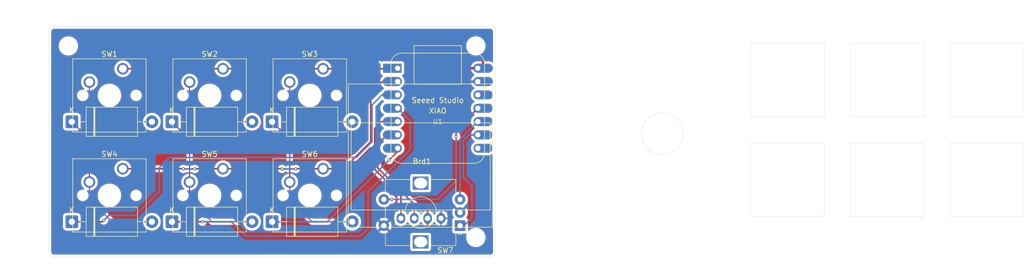
<source format=kicad_pcb>
(kicad_pcb (version 20241229) (generator "pcbnew") (generator_version "9.0")
  (layers (0 "F.Cu" signal) (2 "B.Cu" signal) (13 "F.Paste" user) (15 "B.Paste" user) (5 "F.SilkS" user "F.Silkscreen") (7 "B.SilkS" user "B.Silkscreen") (1 "F.Mask" user) (3 "B.Mask" user) (25 "Edge.Cuts" user))
  (net 0 "")
  (net 1 "SCL")
  (net 2 "SDA")
  (net 3 "GND")
  (net 4 "+5V")
  (net 5 "Net-(D1-A)")
  (net 6 "Net-(D1-K)")
  (net 7 "Net-(D2-A)")
  (net 8 "Net-(D2-K)")
  (net 9 "Net-(D3-K)")
  (net 10 "Net-(D3-A)")
  (net 11 "R0")
  (net 12 "R1")
  (net 13 "R2")
  (net 14 "C0")
  (net 15 "C1")
  (net 16 "D10")
  (net 17 "D9")
  (net 18 "D8")
  (footprint "Button_Switch_Keyboard:SW_Cherry_MX_1.00u_PCB" (layer "F.Cu") (at 57.15 38.1)
    (property "Reference" "SW2" (at -2.54 -2.794 0) (layer "F.SilkS"))
    (property "Value" "SW_Push_45deg")
    (fp_line (start -9.525 -1.905) (end 4.445 -1.905) (stroke (width 0.12)) (layer "F.SilkS"))
    (fp_line (start -9.525 12.065) (end -9.525 -1.905) (stroke (width 0.12)) (layer "F.SilkS"))
    (fp_line (start 4.445 -1.905) (end 4.445 12.065) (stroke (width 0.12)) (layer "F.SilkS"))
    (fp_line (start 4.445 12.065) (end -9.525 12.065) (stroke (width 0.12)) (layer "F.SilkS"))
    (pad "" np_thru_hole circle (at -7.62 5.08) (size 1.7 1.7) (drill 1.7) (layers "*.Cu" "*.Mask"))
    (pad "" np_thru_hole circle (at -2.54 5.08) (size 4 4) (drill 4) (layers "*.Cu" "*.Mask"))
    (pad "" np_thru_hole circle (at 2.54 5.08) (size 1.7 1.7) (drill 1.7) (layers "*.Cu" "*.Mask"))
    (pad "1" thru_hole circle (at 0 0) (size 2.2 2.2) (drill 1.5) (layers "*.Cu" "*.Mask") (net 14 "C0"))
    (pad "2" thru_hole circle (at -6.35 2.54) (size 2.2 2.2) (drill 1.5) (layers "*.Cu" "*.Mask") (net 7 "Net-(D2-A)"))
  )
  (footprint "Button_Switch_Keyboard:SW_Cherry_MX_1.00u_PCB" (layer "F.Cu") (at 57.15 57.15)
    (property "Reference" "SW5" (at -2.54 -2.794 0) (layer "F.SilkS"))
    (property "Value" "SW_Push_45deg")
    (fp_line (start -9.525 -1.905) (end 4.445 -1.905) (stroke (width 0.12)) (layer "F.SilkS"))
    (fp_line (start -9.525 12.065) (end -9.525 -1.905) (stroke (width 0.12)) (layer "F.SilkS"))
    (fp_line (start 4.445 -1.905) (end 4.445 12.065) (stroke (width 0.12)) (layer "F.SilkS"))
    (fp_line (start 4.445 12.065) (end -9.525 12.065) (stroke (width 0.12)) (layer "F.SilkS"))
    (pad "" np_thru_hole circle (at -7.62 5.08) (size 1.7 1.7) (drill 1.7) (layers "*.Cu" "*.Mask"))
    (pad "" np_thru_hole circle (at -2.54 5.08) (size 4 4) (drill 4) (layers "*.Cu" "*.Mask"))
    (pad "" np_thru_hole circle (at 2.54 5.08) (size 1.7 1.7) (drill 1.7) (layers "*.Cu" "*.Mask"))
    (pad "1" thru_hole circle (at 0 0) (size 2.2 2.2) (drill 1.5) (layers "*.Cu" "*.Mask") (net 15 "C1"))
    (pad "2" thru_hole circle (at -6.35 2.54) (size 2.2 2.2) (drill 1.5) (layers "*.Cu" "*.Mask") (net 8 "Net-(D2-K)"))
  )
  (footprint "Diode_THT:D_DO-27_P15.24mm_Horizontal" (layer "F.Cu") (at 66.5 67.25)
    (property "Reference" "D6" (at 7.62 -3.785 0) (layer "F.SilkS"))
    (property "Value" "D")
    (fp_line (start 1.44 0) (end 2.74 0) (stroke (width 0.12)) (layer "F.SilkS"))
    (fp_line (start 4.168 -2.785) (end 4.168 2.785) (stroke (width 0.12)) (layer "F.SilkS"))
    (fp_line (start 4.288 -2.785) (end 4.288 2.785) (stroke (width 0.12)) (layer "F.SilkS"))
    (fp_line (start 4.408 -2.785) (end 4.408 2.785) (stroke (width 0.12)) (layer "F.SilkS"))
    (fp_line (start 13.8 0) (end 12.5 0) (stroke (width 0.12)) (layer "F.SilkS"))
    (fp_rect (start 2.74 -2.785) (end 12.5 2.785) (stroke (width 0.12)) (fill no) (layer "F.SilkS"))
    (fp_text user "K" (at 0 -2.2 0) (layer "F.SilkS"))
    (pad "1" thru_hole roundrect (at 0 0) (size 2.4 2.4) (drill 1.2) (layers "*.Cu" "*.Mask") (roundrect_rratio 0.104167) (net 13 "R2"))
    (pad "2" thru_hole circle (at 15.24 0) (size 2.4 2.4) (drill 1.2) (layers "*.Cu" "*.Mask") (net 9 "Net-(D3-K)"))
  )
  (footprint "Diode_THT:D_DO-27_P15.24mm_Horizontal" (layer "F.Cu") (at 66.5 48.2)
    (property "Reference" "D3" (at 7.62 -3.785 0) (layer "F.SilkS"))
    (property "Value" "D")
    (fp_line (start 1.44 0) (end 2.74 0) (stroke (width 0.12)) (layer "F.SilkS"))
    (fp_line (start 4.168 -2.785) (end 4.168 2.785) (stroke (width 0.12)) (layer "F.SilkS"))
    (fp_line (start 4.288 -2.785) (end 4.288 2.785) (stroke (width 0.12)) (layer "F.SilkS"))
    (fp_line (start 4.408 -2.785) (end 4.408 2.785) (stroke (width 0.12)) (layer "F.SilkS"))
    (fp_line (start 13.8 0) (end 12.5 0) (stroke (width 0.12)) (layer "F.SilkS"))
    (fp_rect (start 2.74 -2.785) (end 12.5 2.785) (stroke (width 0.12)) (fill no) (layer "F.SilkS"))
    (fp_text user "K" (at 0 -2.2 0) (layer "F.SilkS"))
    (pad "1" thru_hole roundrect (at 0 0) (size 2.4 2.4) (drill 1.2) (layers "*.Cu" "*.Mask") (roundrect_rratio 0.104167) (net 9 "Net-(D3-K)"))
    (pad "2" thru_hole circle (at 15.24 0) (size 2.4 2.4) (drill 1.2) (layers "*.Cu" "*.Mask") (net 10 "Net-(D3-A)"))
  )
  (footprint "MountingHole:MountingHole_3.2mm_M3_ISO7380" (layer "F.Cu") (at 27.75 33.75)
    (property "Reference" "REF**" (hide yes))
    (property "Value" "MountingHole_3.2mm_M3_ISO7380")
    (pad "" np_thru_hole circle (at 0 0) (size 3.2 3.2) (drill 3.2) (layers "*.Cu" "*.Mask"))
  )
  (footprint "Rotary_Encoder:RotaryEncoder_Alps_EC12E-Switch_Vertical_H20mm" (layer "F.Cu") (at 102.25 68 180)
    (property "Reference" "SW7" (at 2.8 -4.7 0) (layer "F.SilkS"))
    (property "Value" "RotaryEncoder_Switch")
    (fp_line (start 14.2 8.8) (end 9.3 8.8) (stroke (width 0.12)) (layer "F.SilkS"))
    (fp_line (start 14.2 6.2) (end 14.2 8.8) (stroke (width 0.12)) (layer "F.SilkS"))
    (fp_line (start 14.2 1.2) (end 14.2 3.8) (stroke (width 0.12)) (layer "F.SilkS"))
    (fp_line (start 14.2 -3.8) (end 14.2 -1.2) (stroke (width 0.12)) (layer "F.SilkS"))
    (fp_line (start 9.3 -3.8) (end 14.2 -3.8) (stroke (width 0.12)) (layer "F.SilkS"))
    (fp_line (start 7.5 2) (end 7.5 3) (stroke (width 0.12)) (layer "F.SilkS"))
    (fp_line (start 7 2.5) (end 8 2.5) (stroke (width 0.12)) (layer "F.SilkS"))
    (fp_line (start 5.7 8.8) (end 0.8 8.8) (stroke (width 0.12)) (layer "F.SilkS"))
    (fp_line (start 5.6 -3.8) (end 0.8 -3.8) (stroke (width 0.12)) (layer "F.SilkS"))
    (fp_line (start 0.8 8.8) (end 0.8 6) (stroke (width 0.12)) (layer "F.SilkS"))
    (fp_line (start 0.8 -3.8) (end 0.8 -1.3) (stroke (width 0.12)) (layer "F.SilkS"))
    (fp_line (start 0.3 -1.6) (end 0 -1.3) (stroke (width 0.12)) (layer "F.SilkS"))
    (fp_line (start 0 -1.3) (end -0.3 -1.6) (stroke (width 0.12)) (layer "F.SilkS"))
    (fp_line (start -0.3 -1.6) (end 0.3 -1.6) (stroke (width 0.12)) (layer "F.SilkS"))
    (fp_circle (center 7.5 2.5) (end 10.5 2.5) (stroke (width 0.12)) (fill no) (layer "F.SilkS"))
    (pad "A" thru_hole rect (at 0 0 180) (size 2 2) (drill 1) (layers "*.Cu" "*.Mask") (net 18 "D8"))
    (pad "B" thru_hole circle (at 0 5 180) (size 2 2) (drill 1) (layers "*.Cu" "*.Mask") (net 17 "D9"))
    (pad "C" thru_hole circle (at 0 2.5 180) (size 2 2) (drill 1) (layers "*.Cu" "*.Mask") (net 3 "GND"))
    (pad "MP" thru_hole rect (at 7.5 -3.1 180) (size 3 2.5) (drill oval 2.5 2) (layers "*.Cu" "*.Mask"))
    (pad "MP" thru_hole rect (at 7.5 8.1 180) (size 3 2.5) (drill oval 2.5 2) (layers "*.Cu" "*.Mask"))
    (pad "S1" thru_hole circle (at 14.5 0 180) (size 2 2) (drill 1) (layers "*.Cu" "*.Mask") (net 3 "GND"))
    (pad "S2" thru_hole circle (at 14.5 5 180) (size 2 2) (drill 1) (layers "*.Cu" "*.Mask") (net 16 "D10"))
  )
  (footprint "Button_Switch_Keyboard:SW_Cherry_MX_1.00u_PCB" (layer "F.Cu") (at 38.1 38.1)
    (property "Reference" "SW1" (at -2.54 -2.794 0) (layer "F.SilkS"))
    (property "Value" "SW_Push_45deg")
    (fp_line (start -9.525 -1.905) (end 4.445 -1.905) (stroke (width 0.12)) (layer "F.SilkS"))
    (fp_line (start -9.525 12.065) (end -9.525 -1.905) (stroke (width 0.12)) (layer "F.SilkS"))
    (fp_line (start 4.445 -1.905) (end 4.445 12.065) (stroke (width 0.12)) (layer "F.SilkS"))
    (fp_line (start 4.445 12.065) (end -9.525 12.065) (stroke (width 0.12)) (layer "F.SilkS"))
    (pad "" np_thru_hole circle (at -7.62 5.08) (size 1.7 1.7) (drill 1.7) (layers "*.Cu" "*.Mask"))
    (pad "" np_thru_hole circle (at -2.54 5.08) (size 4 4) (drill 4) (layers "*.Cu" "*.Mask"))
    (pad "" np_thru_hole circle (at 2.54 5.08) (size 1.7 1.7) (drill 1.7) (layers "*.Cu" "*.Mask"))
    (pad "1" thru_hole circle (at 0 0) (size 2.2 2.2) (drill 1.5) (layers "*.Cu" "*.Mask") (net 14 "C0"))
    (pad "2" thru_hole circle (at -6.35 2.54) (size 2.2 2.2) (drill 1.5) (layers "*.Cu" "*.Mask") (net 5 "Net-(D1-A)"))
  )
  (footprint "Button_Switch_Keyboard:SW_Cherry_MX_1.00u_PCB" (layer "F.Cu") (at 76.2 57.15)
    (property "Reference" "SW6" (at -2.54 -2.794 0) (layer "F.SilkS"))
    (property "Value" "SW_Push_45deg")
    (fp_line (start -9.525 -1.905) (end 4.445 -1.905) (stroke (width 0.12)) (layer "F.SilkS"))
    (fp_line (start -9.525 12.065) (end -9.525 -1.905) (stroke (width 0.12)) (layer "F.SilkS"))
    (fp_line (start 4.445 -1.905) (end 4.445 12.065) (stroke (width 0.12)) (layer "F.SilkS"))
    (fp_line (start 4.445 12.065) (end -9.525 12.065) (stroke (width 0.12)) (layer "F.SilkS"))
    (pad "" np_thru_hole circle (at -7.62 5.08) (size 1.7 1.7) (drill 1.7) (layers "*.Cu" "*.Mask"))
    (pad "" np_thru_hole circle (at -2.54 5.08) (size 4 4) (drill 4) (layers "*.Cu" "*.Mask"))
    (pad "" np_thru_hole circle (at 2.54 5.08) (size 1.7 1.7) (drill 1.7) (layers "*.Cu" "*.Mask"))
    (pad "1" thru_hole circle (at 0 0) (size 2.2 2.2) (drill 1.5) (layers "*.Cu" "*.Mask") (net 15 "C1"))
    (pad "2" thru_hole circle (at -6.35 2.54) (size 2.2 2.2) (drill 1.5) (layers "*.Cu" "*.Mask") (net 9 "Net-(D3-K)"))
  )
  (footprint "MountingHole:MountingHole_3.2mm_M3_ISO7380" (layer "F.Cu") (at 105.25 70.25)
    (property "Reference" "REF**" (hide yes))
    (property "Value" "MountingHole_3.2mm_M3_ISO7380")
    (pad "" np_thru_hole circle (at 0 0) (size 3.2 3.2) (drill 3.2) (layers "*.Cu" "*.Mask"))
  )
  (footprint "Diode_THT:D_DO-27_P15.24mm_Horizontal" (layer "F.Cu") (at 47.45 48.2)
    (property "Reference" "D2" (at 7.62 -3.785 0) (layer "F.SilkS"))
    (property "Value" "D")
    (fp_line (start 1.44 0) (end 2.74 0) (stroke (width 0.12)) (layer "F.SilkS"))
    (fp_line (start 4.168 -2.785) (end 4.168 2.785) (stroke (width 0.12)) (layer "F.SilkS"))
    (fp_line (start 4.288 -2.785) (end 4.288 2.785) (stroke (width 0.12)) (layer "F.SilkS"))
    (fp_line (start 4.408 -2.785) (end 4.408 2.785) (stroke (width 0.12)) (layer "F.SilkS"))
    (fp_line (start 13.8 0) (end 12.5 0) (stroke (width 0.12)) (layer "F.SilkS"))
    (fp_rect (start 2.74 -2.785) (end 12.5 2.785) (stroke (width 0.12)) (fill no) (layer "F.SilkS"))
    (fp_text user "K" (at 0 -2.2 0) (layer "F.SilkS"))
    (pad "1" thru_hole roundrect (at 0 0) (size 2.4 2.4) (drill 1.2) (layers "*.Cu" "*.Mask") (roundrect_rratio 0.104167) (net 8 "Net-(D2-K)"))
    (pad "2" thru_hole circle (at 15.24 0) (size 2.4 2.4) (drill 1.2) (layers "*.Cu" "*.Mask") (net 7 "Net-(D2-A)"))
  )
  (footprint "Button_Switch_Keyboard:SW_Cherry_MX_1.00u_PCB" (layer "F.Cu") (at 76.2 38.1)
    (property "Reference" "SW3" (at -2.54 -2.794 0) (layer "F.SilkS"))
    (property "Value" "SW_Push_45deg")
    (fp_line (start -9.525 -1.905) (end 4.445 -1.905) (stroke (width 0.12)) (layer "F.SilkS"))
    (fp_line (start -9.525 12.065) (end -9.525 -1.905) (stroke (width 0.12)) (layer "F.SilkS"))
    (fp_line (start 4.445 -1.905) (end 4.445 12.065) (stroke (width 0.12)) (layer "F.SilkS"))
    (fp_line (start 4.445 12.065) (end -9.525 12.065) (stroke (width 0.12)) (layer "F.SilkS"))
    (pad "" np_thru_hole circle (at -7.62 5.08) (size 1.7 1.7) (drill 1.7) (layers "*.Cu" "*.Mask"))
    (pad "" np_thru_hole circle (at -2.54 5.08) (size 4 4) (drill 4) (layers "*.Cu" "*.Mask"))
    (pad "" np_thru_hole circle (at 2.54 5.08) (size 1.7 1.7) (drill 1.7) (layers "*.Cu" "*.Mask"))
    (pad "1" thru_hole circle (at 0 0) (size 2.2 2.2) (drill 1.5) (layers "*.Cu" "*.Mask") (net 14 "C0"))
    (pad "2" thru_hole circle (at -6.35 2.54) (size 2.2 2.2) (drill 1.5) (layers "*.Cu" "*.Mask") (net 10 "Net-(D3-A)"))
  )
  (footprint "Diode_THT:D_DO-27_P15.24mm_Horizontal" (layer "F.Cu") (at 47.45 67.25)
    (property "Reference" "D5" (at 7.62 -3.785 0) (layer "F.SilkS"))
    (property "Value" "D")
    (fp_line (start 1.44 0) (end 2.74 0) (stroke (width 0.12)) (layer "F.SilkS"))
    (fp_line (start 4.168 -2.785) (end 4.168 2.785) (stroke (width 0.12)) (layer "F.SilkS"))
    (fp_line (start 4.288 -2.785) (end 4.288 2.785) (stroke (width 0.12)) (layer "F.SilkS"))
    (fp_line (start 4.408 -2.785) (end 4.408 2.785) (stroke (width 0.12)) (layer "F.SilkS"))
    (fp_line (start 13.8 0) (end 12.5 0) (stroke (width 0.12)) (layer "F.SilkS"))
    (fp_rect (start 2.74 -2.785) (end 12.5 2.785) (stroke (width 0.12)) (fill no) (layer "F.SilkS"))
    (fp_text user "K" (at 0 -2.2 0) (layer "F.SilkS"))
    (pad "1" thru_hole roundrect (at 0 0) (size 2.4 2.4) (drill 1.2) (layers "*.Cu" "*.Mask") (roundrect_rratio 0.104167) (net 12 "R1"))
    (pad "2" thru_hole circle (at 15.24 0) (size 2.4 2.4) (drill 1.2) (layers "*.Cu" "*.Mask") (net 8 "Net-(D2-K)"))
  )
  (footprint "Diode_THT:D_DO-27_P15.24mm_Horizontal" (layer "F.Cu") (at 28.4 48.2)
    (property "Reference" "D1" (at 7.62 -3.785 0) (layer "F.SilkS"))
    (property "Value" "D")
    (fp_line (start 1.44 0) (end 2.74 0) (stroke (width 0.12)) (layer "F.SilkS"))
    (fp_line (start 4.168 -2.785) (end 4.168 2.785) (stroke (width 0.12)) (layer "F.SilkS"))
    (fp_line (start 4.288 -2.785) (end 4.288 2.785) (stroke (width 0.12)) (layer "F.SilkS"))
    (fp_line (start 4.408 -2.785) (end 4.408 2.785) (stroke (width 0.12)) (layer "F.SilkS"))
    (fp_line (start 13.8 0) (end 12.5 0) (stroke (width 0.12)) (layer "F.SilkS"))
    (fp_rect (start 2.74 -2.785) (end 12.5 2.785) (stroke (width 0.12)) (fill no) (layer "F.SilkS"))
    (fp_text user "K" (at 0 -2.2 0) (layer "F.SilkS"))
    (pad "1" thru_hole roundrect (at 0 0) (size 2.4 2.4) (drill 1.2) (layers "*.Cu" "*.Mask") (roundrect_rratio 0.104167) (net 6 "Net-(D1-K)"))
    (pad "2" thru_hole circle (at 15.24 0) (size 2.4 2.4) (drill 1.2) (layers "*.Cu" "*.Mask") (net 5 "Net-(D1-A)"))
  )
  (footprint "footprints:XIAO-Generic-Hybrid-14P-2.54-21X17.8MM" (layer "F.Cu") (at 98 45.62)
    (property "Reference" "U1" (at 0 2.54 0) (layer "F.SilkS") (effects (font (size 0.889 0.889) (thickness 0.1016))))
    (property "Value" "MOUDLE-SEEEDUINO-XIAO" (hide yes))
    (fp_line (start -8.9 -8.5) (end -8.9 8.5) (stroke (width 0.127)) (layer "F.SilkS"))
    (fp_line (start -6.9 10.5) (end 6.9 10.5) (stroke (width 0.127)) (layer "F.SilkS"))
    (fp_line (start -4.5 -11.92403) (end 4.5 -11.92403) (stroke (width 0.127)) (layer "F.SilkS"))
    (fp_line (start -4.5 -4.57073) (end -4.5 -11.92403) (stroke (width 0.127)) (layer "F.SilkS"))
    (fp_line (start 4.5 -11.92403) (end 4.5 -4.57073) (stroke (width 0.127)) (layer "F.SilkS"))
    (fp_line (start 4.5 -4.57073) (end -4.5 -4.57073) (stroke (width 0.127)) (layer "F.SilkS"))
    (fp_line (start 6.9 -10.49909) (end -6.9 -10.49909) (stroke (width 0.127)) (layer "F.SilkS"))
    (fp_line (start 8.9 8.5) (end 8.9 -8.5) (stroke (width 0.127)) (layer "F.SilkS"))
    (fp_arc (start -8.9 -8.5) (mid -8.301491 -9.901491) (end -6.9 -10.5) (stroke (width 0.12)) (layer "F.SilkS"))
    (fp_arc (start -6.9 10.5) (mid -8.301423 9.901423) (end -8.9 8.5) (stroke (width 0.12)) (layer "F.SilkS"))
    (fp_arc (start 6.9 -10.5) (mid 8.301491 -9.901491) (end 8.9 -8.5) (stroke (width 0.12)) (layer "F.SilkS"))
    (fp_arc (start 8.9 8.5) (mid 8.314214 9.914214) (end 6.9 10.5) (stroke (width 0.12)) (layer "F.SilkS"))
    (fp_circle (center -11 -8.8) (end -11 -9.054) (fill yes) (layer "F.SilkS"))
    (fp_poly (pts (xy -8.887715 -8.561705) (xy -8.884667 -8.610473) (xy -8.880603 -8.659494)) (stroke (width 0.0254)) (fill no) (layer "F.SilkS"))
    (fp_poly (pts (xy 8.889492 8.521574) (xy 8.887713 8.57085) (xy 8.884665 8.619618) (xy 8.880601 8.668639) (xy 8.875268 8.717407) (xy 8.868664 8.766175) (xy 8.861044 8.81469) (xy 8.852153 8.86295) (xy 8.842248 8.910955)) (stroke (width 0.0254)) (fill no) (layer "F.SilkS"))
    (fp_text user "Seeed Studio" (at 0 -1.5 0) (layer "F.SilkS"))
    (fp_text user "XIAO" (at 0 0.5 0) (layer "F.SilkS"))
    (pad "1" thru_hole rect (at -7.625 -7.62) (size 3.5 1.7) (drill 1 (offset -1 0)) (layers "*.Cu" "*.Mask") (net 14 "C0"))
    (pad "2" thru_hole oval (at -7.625 -5.08) (size 3.6 1.7) (drill 1 (offset -1 0)) (layers "*.Cu" "*.Mask") (net 15 "C1"))
    (pad "3" thru_hole oval (at -7.625 -2.54) (size 3.6 1.7) (drill 1 (offset -1 0)) (layers "*.Cu" "*.Mask") (net 11 "R0"))
    (pad "4" thru_hole oval (at -7.625 0) (size 3.6 1.7) (drill 1 (offset -1 0)) (layers "*.Cu" "*.Mask") (net 12 "R1"))
    (pad "5" thru_hole oval (at -7.625 2.54) (size 3.6 1.7) (drill 1 (offset -1 0)) (layers "*.Cu" "*.Mask") (net 2 "SDA"))
    (pad "6" thru_hole oval (at -7.625 5.08 180) (size 3.6 1.7) (drill 1 (offset 1 0)) (layers "*.Cu" "*.Mask") (net 1 "SCL"))
    (pad "7" thru_hole oval (at -7.625 7.62) (size 3.6 1.7) (drill 1 (offset -1 0)) (layers "*.Cu" "*.Mask") (net 13 "R2"))
    (pad "8" thru_hole oval (at 7.625 7.62) (size 3.6 1.7) (drill 1 (offset 1 0)) (layers "*.Cu" "*.Mask"))
    (pad "9" thru_hole oval (at 7.625 5.08) (size 3.6 1.7) (drill 1 (offset 1 0)) (layers "*.Cu" "*.Mask") (net 18 "D8"))
    (pad "10" thru_hole oval (at 7.625 2.54) (size 3.6 1.7) (drill 1 (offset 1 0)) (layers "*.Cu" "*.Mask") (net 17 "D9"))
    (pad "11" thru_hole oval (at 7.625 0) (size 3.7 1.7) (drill 1 (offset 1 0)) (layers "*.Cu" "*.Mask") (net 16 "D10"))
    (pad "12" thru_hole oval (at 7.625 -2.54) (size 3.7 1.7) (drill 1 (offset 1 0)) (layers "*.Cu" "*.Mask"))
    (pad "13" thru_hole oval (at 7.625 -5.08) (size 3.7 1.7) (drill 1 (offset 1 0)) (layers "*.Cu" "*.Mask") (net 3 "GND"))
    (pad "14" thru_hole oval (at 7.625 -7.62) (size 3.7 1.7) (drill 1 (offset 1 0)) (layers "*.Cu" "*.Mask") (net 4 "+5V"))
  )
  (footprint "Diode_THT:D_DO-27_P15.24mm_Horizontal" (layer "F.Cu") (at 28.4 67.25)
    (property "Reference" "D4" (at 7.62 -3.785 0) (layer "F.SilkS"))
    (property "Value" "D")
    (fp_line (start 1.44 0) (end 2.74 0) (stroke (width 0.12)) (layer "F.SilkS"))
    (fp_line (start 4.168 -2.785) (end 4.168 2.785) (stroke (width 0.12)) (layer "F.SilkS"))
    (fp_line (start 4.288 -2.785) (end 4.288 2.785) (stroke (width 0.12)) (layer "F.SilkS"))
    (fp_line (start 4.408 -2.785) (end 4.408 2.785) (stroke (width 0.12)) (layer "F.SilkS"))
    (fp_line (start 13.8 0) (end 12.5 0) (stroke (width 0.12)) (layer "F.SilkS"))
    (fp_rect (start 2.74 -2.785) (end 12.5 2.785) (stroke (width 0.12)) (fill no) (layer "F.SilkS"))
    (fp_text user "K" (at 0 -2.2 0) (layer "F.SilkS"))
    (pad "1" thru_hole roundrect (at 0 0) (size 2.4 2.4) (drill 1.2) (layers "*.Cu" "*.Mask") (roundrect_rratio 0.104167) (net 11 "R0"))
    (pad "2" thru_hole circle (at 15.24 0) (size 2.4 2.4) (drill 1.2) (layers "*.Cu" "*.Mask") (net 6 "Net-(D1-K)"))
  )
  (footprint "MountingHole:MountingHole_3.2mm_M3_ISO7380" (layer "F.Cu") (at 105.25 33.75)
    (property "Reference" "REF**" (hide yes))
    (property "Value" "MountingHole_3.2mm_M3_ISO7380")
    (pad "" np_thru_hole circle (at 0 0) (size 3.2 3.2) (drill 3.2) (layers "*.Cu" "*.Mask"))
  )
  (footprint "SSD1306:128x64OLED" (layer "F.Cu") (at 95 56 180)
    (property "Reference" "Brd1" (at 0 0.254 0) (layer "F.SilkS"))
    (property "Value" "SSD1306")
    (fp_line (start 14 15) (end -13.4 15) (stroke (width 0.12)) (layer "F.SilkS"))
    (fp_line (start 14 -12.3) (end 14 15) (stroke (width 0.12)) (layer "F.SilkS"))
    (fp_line (start 13.462 7.62) (end 13.462 -9.017) (stroke (width 0.12)) (layer "F.SilkS"))
    (fp_line (start 13.462 -9.017) (end 13.208 -9.005) (stroke (width 0.12)) (layer "F.SilkS"))
    (fp_line (start 10.122 7.595) (end 13.462 7.62) (stroke (width 0.12)) (layer "F.SilkS"))
    (fp_line (start 10.122 7.595) (end -12.978 7.595) (stroke (width 0.12)) (layer "F.SilkS"))
    (fp_line (start 10.122 -9.005) (end 13.208 -9.005) (stroke (width 0.12)) (layer "F.SilkS"))
    (fp_line (start 5.08 -9.398) (end -4.699 -9.398) (stroke (width 0.12)) (layer "F.SilkS"))
    (fp_line (start 5.08 -11.811) (end 5.08 -9.398) (stroke (width 0.12)) (layer "F.SilkS"))
    (fp_line (start -4.699 -11.811) (end 5.08 -11.811) (stroke (width 0.12)) (layer "F.SilkS"))
    (fp_line (start -4.699 -11.811) (end -4.699 -9.398) (stroke (width 0.12)) (layer "F.SilkS"))
    (fp_line (start -12.978 7.595) (end -12.978 -9.005) (stroke (width 0.12)) (layer "F.SilkS"))
    (fp_line (start -12.978 -9.005) (end 10.122 -9.005) (stroke (width 0.12)) (layer "F.SilkS"))
    (fp_line (start -13.4 15) (end -13.4 -12.3) (stroke (width 0.12)) (layer "F.SilkS"))
    (fp_line (start -13.4 -12.3) (end 14 -12.3) (stroke (width 0.12)) (layer "F.SilkS"))
    (pad "1" thru_hole oval (at -3.62 -10.6 270) (size 2 1.6) (drill 1) (layers "*.Cu" "*.Mask") (net 3 "GND"))
    (pad "2" thru_hole oval (at -1.08 -10.6 270) (size 2 1.6) (drill 1) (layers "*.Cu" "*.Mask") (net 4 "+5V"))
    (pad "3" thru_hole oval (at 1.46 -10.6 270) (size 2 1.6) (drill 1) (layers "*.Cu" "*.Mask") (net 1 "SCL"))
    (pad "4" thru_hole oval (at 4 -10.6 270) (size 2 1.6) (drill 1) (layers "*.Cu" "*.Mask") (net 2 "SDA"))
  )
  (footprint "Button_Switch_Keyboard:SW_Cherry_MX_1.00u_PCB" (layer "F.Cu") (at 38.1 57.15)
    (property "Reference" "SW4" (at -2.54 -2.794 0) (layer "F.SilkS"))
    (property "Value" "SW_Push_45deg")
    (fp_line (start -9.525 -1.905) (end 4.445 -1.905) (stroke (width 0.12)) (layer "F.SilkS"))
    (fp_line (start -9.525 12.065) (end -9.525 -1.905) (stroke (width 0.12)) (layer "F.SilkS"))
    (fp_line (start 4.445 -1.905) (end 4.445 12.065) (stroke (width 0.12)) (layer "F.SilkS"))
    (fp_line (start 4.445 12.065) (end -9.525 12.065) (stroke (width 0.12)) (layer "F.SilkS"))
    (pad "" np_thru_hole circle (at -7.62 5.08) (size 1.7 1.7) (drill 1.7) (layers "*.Cu" "*.Mask"))
    (pad "" np_thru_hole circle (at -2.54 5.08) (size 4 4) (drill 4) (layers "*.Cu" "*.Mask"))
    (pad "" np_thru_hole circle (at 2.54 5.08) (size 1.7 1.7) (drill 1.7) (layers "*.Cu" "*.Mask"))
    (pad "1" thru_hole circle (at 0 0) (size 2.2 2.2) (drill 1.5) (layers "*.Cu" "*.Mask") (net 15 "C1"))
    (pad "2" thru_hole circle (at -6.35 2.54) (size 2.2 2.2) (drill 1.5) (layers "*.Cu" "*.Mask") (net 6 "Net-(D1-K)"))
  )
  (gr_arc (start 108 30) (mid 108.707107 30.292893) (end 109 31) (stroke (width 0.05)) (layer "Edge.Cuts"))
  (gr_rect (start 195.5 52.25) (end 209.5 66.25) (stroke (width 0.05)) (fill no) (layer "Edge.Cuts"))
  (gr_rect (start 157.5 52.25) (end 171.5 66.25) (stroke (width 0.05)) (fill no) (layer "Edge.Cuts"))
  (gr_rect (start 176.5 52.25) (end 190.5 66.25) (stroke (width 0.05)) (fill no) (layer "Edge.Cuts"))
  (gr_line (start 24 31) (end 24 73) (stroke (width 0.05)) (layer "Edge.Cuts"))
  (gr_arc (start 24 31) (mid 24.292893 30.292893) (end 25 30) (stroke (width 0.05)) (layer "Edge.Cuts"))
  (gr_rect (start 195.5 33.25) (end 209.5 47.25) (stroke (width 0.05)) (fill no) (layer "Edge.Cuts"))
  (gr_line (start 25 74) (end 104 74) (stroke (width 0.05)) (layer "Edge.Cuts"))
  (gr_line (start 109 31) (end 109 73) (stroke (width 0.05)) (layer "Edge.Cuts"))
  (gr_rect (start 176.5 33.25) (end 190.5 47.25) (stroke (width 0.05)) (fill no) (layer "Edge.Cuts"))
  (gr_arc (start 109 73) (mid 108.707107 73.707107) (end 108 74) (stroke (width 0.05)) (layer "Edge.Cuts"))
  (gr_circle (center 140.75 50.5) (end 140.75 54.5) (stroke (width 0.05)) (fill no) (layer "Edge.Cuts"))
  (gr_line (start 25 30) (end 108 30) (stroke (width 0.05)) (layer "Edge.Cuts"))
  (gr_rect (start 157.5 33.25) (end 171.5 47.25) (stroke (width 0.05)) (fill no) (layer "Edge.Cuts"))
  (gr_line (start 104 74) (end 108 74) (stroke (width 0.05)) (layer "Edge.Cuts"))
  (gr_arc (start 25 74) (mid 24.292893 73.707107) (end 24 73) (stroke (width 0.05)) (layer "Edge.Cuts"))
  (segment (start 93.54 63.940058) (end 91.601 62.001058) (width 0.3) (layer "F.Cu") (net 1))
  (segment (start 91.601 62.001058) (end 86.601 57.001058) (width 0.3) (layer "F.Cu") (net 1))
  (segment (start 86.601 57.001058) (end 86.601 52.5) (width 0.3) (layer "F.Cu") (net 1))
  (segment (start 90.375 50.7) (end 88.401 50.7) (width 0.3) (layer "F.Cu") (net 1))
  (segment (start 88.401 50.7) (end 86.601 52.5) (width 0.3) (layer "F.Cu") (net 1))
  (segment (start 93.54 66.6) (end 93.54 63.940058) (width 0.3) (layer "F.Cu") (net 1))
  (segment (start 87.34 48.16) (end 86 49.5) (width 0.3) (layer "F.Cu") (net 2))
  (segment (start 90.375 48.16) (end 87.34 48.16) (width 0.3) (layer "F.Cu") (net 2))
  (segment (start 91 62.25) (end 91 66.6) (width 0.3) (layer "F.Cu") (net 2))
  (segment (start 86 57.25) (end 91 62.25) (width 0.3) (layer "F.Cu") (net 2))
  (segment (start 86 49.5) (end 86 57.25) (width 0.3) (layer "F.Cu") (net 2))
  (segment (start 31.75 40.64) (end 31.75 43.93) (width 0.2) (layer "F.Cu") (net 5))
  (segment (start 36.02 48.2) (end 43.64 48.2) (width 0.2) (layer "F.Cu") (net 5))
  (segment (start 31.75 43.93) (end 36.02 48.2) (width 0.2) (layer "F.Cu") (net 5))
  (segment (start 31.75 59.69) (end 31.75 51.55) (width 0.2) (layer "F.Cu") (net 6))
  (segment (start 31.75 59.69) (end 31.75 51.55) (width 0.2) (layer "F.Cu") (net 6))
  (segment (start 31.75 59.69) (end 31.75 62.98) (width 0.2) (layer "F.Cu") (net 6))
  (segment (start 31.75 51.55) (end 28.4 48.2) (width 0.2) (layer "F.Cu") (net 6))
  (segment (start 31.75 51.55) (end 28.4 48.2) (width 0.2) (layer "F.Cu") (net 6))
  (segment (start 36.02 67.25) (end 43.64 67.25) (width 0.2) (layer "F.Cu") (net 6))
  (segment (start 31.75 62.98) (end 36.02 67.25) (width 0.2) (layer "F.Cu") (net 6))
  (segment (start 50.8 43.93) (end 55.07 48.2) (width 0.2) (layer "F.Cu") (net 7))
  (segment (start 55.07 48.2) (end 62.69 48.2) (width 0.2) (layer "F.Cu") (net 7))
  (segment (start 50.8 40.64) (end 50.8 43.93) (width 0.2) (layer "F.Cu") (net 7))
  (segment (start 50.8 51.55) (end 47.45 48.2) (width 0.2) (layer "F.Cu") (net 8))
  (segment (start 50.8 59.69) (end 50.8 62.98) (width 0.2) (layer "F.Cu") (net 8))
  (segment (start 50.8 51.55) (end 47.45 48.2) (width 0.2) (layer "F.Cu") (net 8))
  (segment (start 50.8 59.69) (end 50.8 51.55) (width 0.2) (layer "F.Cu") (net 8))
  (segment (start 50.8 62.98) (end 55.07 67.25) (width 0.2) (layer "F.Cu") (net 8))
  (segment (start 50.8 59.69) (end 50.8 51.55) (width 0.2) (layer "F.Cu") (net 8))
  (segment (start 55.07 67.25) (end 62.69 67.25) (width 0.2) (layer "F.Cu") (net 8))
  (segment (start 74.12 67.25) (end 81.74 67.25) (width 0.2) (layer "F.Cu") (net 9))
  (segment (start 69.85 59.69) (end 69.85 51.55) (width 0.2) (layer "F.Cu") (net 9))
  (segment (start 69.85 51.55) (end 66.5 48.2) (width 0.2) (layer "F.Cu") (net 9))
  (segment (start 69.85 59.69) (end 69.85 51.55) (width 0.2) (layer "F.Cu") (net 9))
  (segment (start 69.85 51.55) (end 66.5 48.2) (width 0.2) (layer "F.Cu") (net 9))
  (segment (start 69.85 59.69) (end 69.85 62.98) (width 0.2) (layer "F.Cu") (net 9))
  (segment (start 69.85 62.98) (end 74.12 67.25) (width 0.2) (layer "F.Cu") (net 9))
  (segment (start 69.85 40.64) (end 69.85 43.93) (width 0.2) (layer "F.Cu") (net 10))
  (segment (start 74.12 48.2) (end 81.74 48.2) (width 0.2) (layer "F.Cu") (net 10))
  (segment (start 69.85 43.93) (end 74.12 48.2) (width 0.2) (layer "F.Cu") (net 10))
  (segment (start 34.25 67.25) (end 34.5 67) (width 0.3) (layer "F.Cu") (net 11))
  (segment (start 28.4 67.25) (end 34.25 67.25) (width 0.3) (layer "F.Cu") (net 11))
  (via (at 34.5 67) (size 0.6) (drill 0.3) (layers "F.Cu" "B.Cu") (net 11))
  (segment (start 45 61.5) (end 45 57) (width 0.3) (layer "B.Cu") (net 11))
  (segment (start 35.5 66) (end 40.5 66) (width 0.3) (layer "B.Cu") (net 11))
  (segment (start 45 57) (end 47 55) (width 0.3) (layer "B.Cu") (net 11))
  (segment (start 85.5 52) (end 85.5 45) (width 0.3) (layer "B.Cu") (net 11))
  (segment (start 85.5 45) (end 87.42 43.08) (width 0.3) (layer "B.Cu") (net 11))
  (segment (start 47 55) (end 82.5 55) (width 0.3) (layer "B.Cu") (net 11))
  (segment (start 87.42 43.08) (end 90.375 43.08) (width 0.3) (layer "B.Cu") (net 11))
  (segment (start 82.5 55) (end 85.5 52) (width 0.3) (layer "B.Cu") (net 11))
  (segment (start 40.5 66) (end 45 61.5) (width 0.3) (layer "B.Cu") (net 11))
  (segment (start 34.5 67) (end 35.5 66) (width 0.3) (layer "B.Cu") (net 11))
  (segment (start 47.45 67.25) (end 53.25 67.25) (width 0.3) (layer "F.Cu") (net 12))
  (via (at 53.25 67.25) (size 0.6) (drill 0.3) (layers "F.Cu" "B.Cu") (net 12))
  (segment (start 92.75 47.995) (end 90.375 45.62) (width 0.3) (layer "B.Cu") (net 12))
  (segment (start 83.25 70) (end 84.75 68.5) (width 0.3) (layer "B.Cu") (net 12))
  (segment (start 84.75 68.5) (end 84.75 61.5) (width 0.3) (layer "B.Cu") (net 12))
  (segment (start 84.75 61.5) (end 92.75 53.5) (width 0.3) (layer "B.Cu") (net 12))
  (segment (start 53.25 67.25) (end 58.75 67.25) (width 0.3) (layer "B.Cu") (net 12))
  (segment (start 92.75 53.5) (end 92.75 47.995) (width 0.3) (layer "B.Cu") (net 12))
  (segment (start 61.5 70) (end 83.25 70) (width 0.3) (layer "B.Cu") (net 12))
  (segment (start 58.75 67.25) (end 61.5 70) (width 0.3) (layer "B.Cu") (net 12))
  (segment (start 90.375 53.24) (end 90.375 53.875) (width 0.3) (layer "F.Cu") (net 13))
  (segment (start 90.375 53.875) (end 88.75 55.5) (width 0.3) (layer "F.Cu") (net 13))
  (via (at 88.75 55.5) (size 0.6) (drill 0.3) (layers "F.Cu" "B.Cu") (net 13))
  (segment (start 77 67.25) (end 66.5 67.25) (width 0.3) (layer "B.Cu") (net 13))
  (segment (start 88.75 55.5) (end 77 67.25) (width 0.3) (layer "B.Cu") (net 13))
  (segment (start 57.15 38.1) (end 76.2 38.1) (width 0.3) (layer "F.Cu") (net 14))
  (segment (start 57.15 38.1) (end 38.1 38.1) (width 0.3) (layer "F.Cu") (net 14))
  (segment (start 76.2 38.1) (end 90.275 38.1) (width 0.3) (layer "F.Cu") (net 14))
  (segment (start 90.275 38.1) (end 90.375 38) (width 0.3) (layer "F.Cu") (net 14))
  (segment (start 80.1 57.15) (end 76.2 57.15) (width 0.3) (layer "F.Cu") (net 15))
  (segment (start 87.46 40.54) (end 85.25 42.75) (width 0.3) (layer "F.Cu") (net 15))
  (segment (start 71 57.2) (end 71.05 57.15) (width 0.3) (layer "F.Cu") (net 15))
  (segment (start 57.15 57.15) (end 68.35 57.15) (width 0.3) (layer "F.Cu") (net 15))
  (segment (start 71.05 57.15) (end 76.2 57.15) (width 0.3) (layer "F.Cu") (net 15))
  (segment (start 49.55 57.15) (end 49.6 57.2) (width 0.3) (layer "F.Cu") (net 15))
  (segment (start 51.8 57.2) (end 51.85 57.15) (width 0.3) (layer "F.Cu") (net 15))
  (segment (start 85.25 52) (end 80.1 57.15) (width 0.3) (layer "F.Cu") (net 15))
  (segment (start 38.1 57.15) (end 49.55 57.15) (width 0.3) (layer "F.Cu") (net 15))
  (segment (start 51.85 57.15) (end 57.15 57.15) (width 0.3) (layer "F.Cu") (net 15))
  (segment (start 90.375 40.54) (end 87.46 40.54) (width 0.3) (layer "F.Cu") (net 15))
  (segment (start 68.35 57.15) (end 68.4 57.2) (width 0.3) (layer "F.Cu") (net 15))
  (segment (start 85.25 42.75) (end 85.25 52) (width 0.3) (layer "F.Cu") (net 15))
  (via (at 49.6 57.2) (size 0.6) (drill 0.3) (layers "F.Cu" "B.Cu") (net 15))
  (via (at 71 57.2) (size 0.6) (drill 0.3) (layers "F.Cu" "B.Cu") (net 15))
  (via (at 51.8 57.2) (size 0.6) (drill 0.3) (layers "F.Cu" "B.Cu") (net 15))
  (via (at 68.4 57.2) (size 0.6) (drill 0.3) (layers "F.Cu" "B.Cu") (net 15))
  (segment (start 49.6 57.2) (end 51.8 57.2) (width 0.3) (layer "B.Cu") (net 15))
  (segment (start 68.4 57.2) (end 71 57.2) (width 0.3) (layer "B.Cu") (net 15))
  (segment (start 101.5 49.745) (end 101.5 51) (width 0.3) (layer "F.Cu") (net 16))
  (segment (start 105.625 45.62) (end 101.5 49.745) (width 0.3) (layer "F.Cu") (net 16))
  (segment (start 87.75 63) (end 89.25 63) (width 0.3) (layer "F.Cu") (net 16))
  (via (at 101.5 51) (size 0.6) (drill 0.3) (layers "F.Cu" "B.Cu") (net 16))
  (via (at 89.25 63) (size 0.6) (drill 0.3) (layers "F.Cu" "B.Cu") (net 16))
  (segment (start 101.5 59.5) (end 101.5 51) (width 0.3) (layer "B.Cu") (net 16))
  (segment (start 99.5 61.5) (end 101.5 59.5) (width 0.3) (layer "B.Cu") (net 16))
  (segment (start 89.25 63) (end 98 63) (width 0.3) (layer "B.Cu") (net 16))
  (segment (start 98 63) (end 99.5 61.5) (width 0.3) (layer "B.Cu") (net 16))
  (segment (start 102.25 63) (end 102.25 51.535) (width 0.3) (layer "B.Cu") (net 17))
  (segment (start 102.25 51.535) (end 105.625 48.16) (width 0.3) (layer "B.Cu") (net 17))
  (segment (start 102.851 51.783942) (end 102.851 58.75) (width 0.3) (layer "B.Cu") (net 18))
  (segment (start 104.5 60.399) (end 104.5 66.5) (width 0.3) (layer "B.Cu") (net 18))
  (segment (start 104.5 66.5) (end 103 68) (width 0.3) (layer "B.Cu") (net 18))
  (segment (start 105.625 50.7) (end 103.934942 50.7) (width 0.3) (layer "B.Cu") (net 18))
  (segment (start 102.851 58.75) (end 104.5 60.399) (width 0.3) (layer "B.Cu") (net 18))
  (segment (start 103.934942 50.7) (end 102.851 51.783942) (width 0.3) (layer "B.Cu") (net 18))
  (segment (start 103 68) (end 102.25 68) (width 0.3) (layer "B.Cu") (net 18))
  (zone (net 4) (net_name "+5V") (layer "F.Cu") (connect_pads (clearance 0.5)) (min_thickness 0.25) (fill yes (thermal_gap 0.5) (thermal_bridge_width 0.5))
    (polygon (pts (xy 21 75) (xy 23 77) (xy 114 77) (xy 117 74) (xy 117 29) (xy 113 25) (xy 23 25) (xy 21 27)))
  )
  (zone (net 3) (net_name "GND") (layer "B.Cu") (connect_pads (clearance 0.5)) (min_thickness 0.25) (fill yes (thermal_gap 0.5) (thermal_bridge_width 0.5))
    (polygon (pts (xy 23 76) (xy 25 78) (xy 116 78) (xy 119 75) (xy 119 30) (xy 115 26) (xy 25 26) (xy 23 28)))
  )
)
</source>
